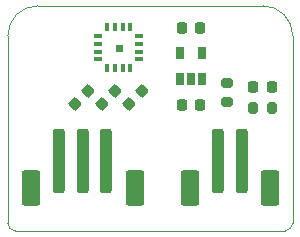
<source format=gbr>
%TF.GenerationSoftware,KiCad,Pcbnew,8.0.2*%
%TF.CreationDate,2024-05-08T23:24:27+02:00*%
%TF.ProjectId,adxl335,6164786c-3333-4352-9e6b-696361645f70,0.0.1*%
%TF.SameCoordinates,Original*%
%TF.FileFunction,Paste,Top*%
%TF.FilePolarity,Positive*%
%FSLAX46Y46*%
G04 Gerber Fmt 4.6, Leading zero omitted, Abs format (unit mm)*
G04 Created by KiCad (PCBNEW 8.0.2) date 2024-05-08 23:24:27*
%MOMM*%
%LPD*%
G01*
G04 APERTURE LIST*
G04 Aperture macros list*
%AMRoundRect*
0 Rectangle with rounded corners*
0 $1 Rounding radius*
0 $2 $3 $4 $5 $6 $7 $8 $9 X,Y pos of 4 corners*
0 Add a 4 corners polygon primitive as box body*
4,1,4,$2,$3,$4,$5,$6,$7,$8,$9,$2,$3,0*
0 Add four circle primitives for the rounded corners*
1,1,$1+$1,$2,$3*
1,1,$1+$1,$4,$5*
1,1,$1+$1,$6,$7*
1,1,$1+$1,$8,$9*
0 Add four rect primitives between the rounded corners*
20,1,$1+$1,$2,$3,$4,$5,0*
20,1,$1+$1,$4,$5,$6,$7,0*
20,1,$1+$1,$6,$7,$8,$9,0*
20,1,$1+$1,$8,$9,$2,$3,0*%
G04 Aperture macros list end*
%ADD10C,0.010000*%
%ADD11RoundRect,0.200000X0.275000X-0.200000X0.275000X0.200000X-0.275000X0.200000X-0.275000X-0.200000X0*%
%ADD12R,0.650000X1.060000*%
%ADD13RoundRect,0.250000X0.250000X2.500000X-0.250000X2.500000X-0.250000X-2.500000X0.250000X-2.500000X0*%
%ADD14RoundRect,0.250000X0.550000X1.250000X-0.550000X1.250000X-0.550000X-1.250000X0.550000X-1.250000X0*%
%ADD15RoundRect,0.225000X0.017678X-0.335876X0.335876X-0.017678X-0.017678X0.335876X-0.335876X0.017678X0*%
%ADD16RoundRect,0.225000X-0.017678X0.335876X-0.335876X0.017678X0.017678X-0.335876X0.335876X-0.017678X0*%
%ADD17RoundRect,0.225000X-0.225000X-0.250000X0.225000X-0.250000X0.225000X0.250000X-0.225000X0.250000X0*%
%ADD18RoundRect,0.218750X0.218750X0.256250X-0.218750X0.256250X-0.218750X-0.256250X0.218750X-0.256250X0*%
%ADD19R,0.370000X0.650000*%
%ADD20R,0.650000X0.370000*%
%ADD21RoundRect,0.200000X-0.200000X-0.275000X0.200000X-0.275000X0.200000X0.275000X-0.200000X0.275000X0*%
%TA.AperFunction,Profile*%
%ADD22C,0.100000*%
%TD*%
G04 APERTURE END LIST*
D10*
%TO.C,U1*%
X35287154Y-29450380D02*
X34786947Y-29450380D01*
X34786947Y-28950173D01*
X35287154Y-28950173D01*
X35287154Y-29450380D01*
G36*
X35287154Y-29450380D02*
G01*
X34786947Y-29450380D01*
X34786947Y-28950173D01*
X35287154Y-28950173D01*
X35287154Y-29450380D01*
G37*
%TD*%
D11*
%TO.C,R2*%
X44181154Y-33835380D03*
X44181154Y-32185380D03*
%TD*%
D12*
%TO.C,U2*%
X40183154Y-31824380D03*
X41133154Y-31824380D03*
X42083154Y-31824380D03*
X42083154Y-29624380D03*
X40183154Y-29624380D03*
%TD*%
D13*
%TO.C,J1*%
X45434154Y-38809380D03*
X43434154Y-38809380D03*
D14*
X47834154Y-41059380D03*
X41034154Y-41059380D03*
%TD*%
D13*
%TO.C,J2*%
X33989154Y-38809380D03*
X31989154Y-38809380D03*
X29989154Y-38809380D03*
D14*
X36389154Y-41059380D03*
X27589154Y-41059380D03*
%TD*%
D15*
%TO.C,C1*%
X35886146Y-33939388D03*
X36982162Y-32843372D03*
%TD*%
D16*
%TO.C,C2*%
X34696162Y-32843372D03*
X33600146Y-33939388D03*
%TD*%
D17*
%TO.C,C4*%
X40358154Y-34026380D03*
X41908154Y-34026380D03*
%TD*%
D18*
%TO.C,D1*%
X48016654Y-32502380D03*
X46441654Y-32502380D03*
%TD*%
D16*
%TO.C,C3*%
X32410162Y-32843372D03*
X31314146Y-33939388D03*
%TD*%
D19*
%TO.C,U1*%
X36012154Y-27450380D03*
X35362154Y-27450380D03*
X34712154Y-27450380D03*
X34062154Y-27450380D03*
D20*
X33287154Y-28225380D03*
X33287154Y-28875380D03*
X33287154Y-29525380D03*
X33287154Y-30175380D03*
D19*
X34062154Y-30950380D03*
X34712154Y-30950380D03*
X35362154Y-30950380D03*
X36012154Y-30950380D03*
D20*
X36787154Y-30175380D03*
X36787154Y-29525380D03*
X36787154Y-28875380D03*
X36787154Y-28225380D03*
%TD*%
D21*
%TO.C,R1*%
X46404154Y-34280380D03*
X48054154Y-34280380D03*
%TD*%
D17*
%TO.C,C5*%
X40358154Y-27549380D03*
X41908154Y-27549380D03*
%TD*%
D22*
X47229154Y-25644380D02*
G75*
G02*
X49769220Y-28184380I46J-2540020D01*
G01*
X25639154Y-44059380D02*
X25639154Y-28184380D01*
X49769154Y-44059380D02*
X49769154Y-28184380D01*
X26274154Y-44694380D02*
G75*
G02*
X25639220Y-44059380I46J634980D01*
G01*
X25639154Y-28184380D02*
G75*
G02*
X28179154Y-25644384I2539996J0D01*
G01*
X47229154Y-25644380D02*
X28179154Y-25644380D01*
X49769154Y-44059380D02*
G75*
G02*
X49134154Y-44694354I-634954J-20D01*
G01*
X26274154Y-44694380D02*
X49134154Y-44694380D01*
M02*

</source>
